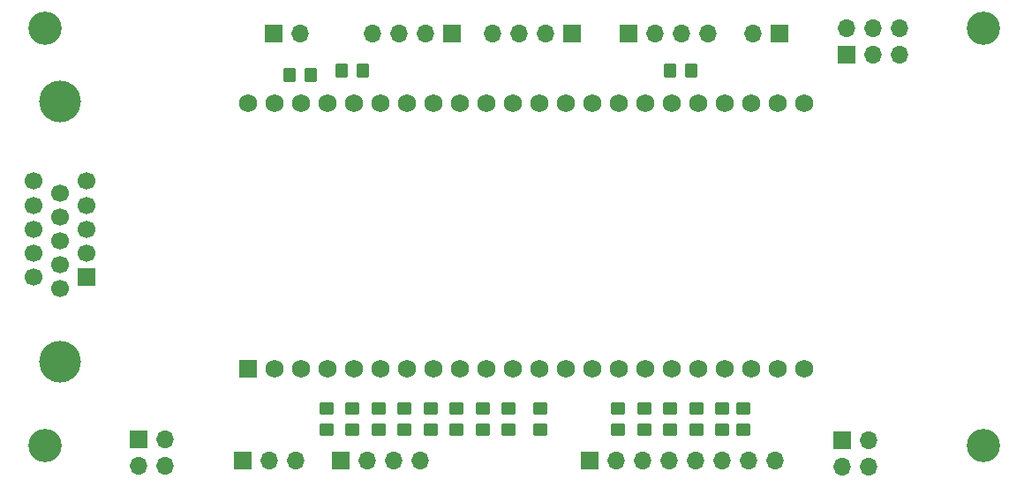
<source format=gbr>
%TF.GenerationSoftware,KiCad,Pcbnew,8.0.6*%
%TF.CreationDate,2025-01-21T08:23:13-05:00*%
%TF.ProjectId,vga_test,7667615f-7465-4737-942e-6b696361645f,rev?*%
%TF.SameCoordinates,Original*%
%TF.FileFunction,Soldermask,Top*%
%TF.FilePolarity,Negative*%
%FSLAX46Y46*%
G04 Gerber Fmt 4.6, Leading zero omitted, Abs format (unit mm)*
G04 Created by KiCad (PCBNEW 8.0.6) date 2025-01-21 08:23:13*
%MOMM*%
%LPD*%
G01*
G04 APERTURE LIST*
G04 Aperture macros list*
%AMRoundRect*
0 Rectangle with rounded corners*
0 $1 Rounding radius*
0 $2 $3 $4 $5 $6 $7 $8 $9 X,Y pos of 4 corners*
0 Add a 4 corners polygon primitive as box body*
4,1,4,$2,$3,$4,$5,$6,$7,$8,$9,$2,$3,0*
0 Add four circle primitives for the rounded corners*
1,1,$1+$1,$2,$3*
1,1,$1+$1,$4,$5*
1,1,$1+$1,$6,$7*
1,1,$1+$1,$8,$9*
0 Add four rect primitives between the rounded corners*
20,1,$1+$1,$2,$3,$4,$5,0*
20,1,$1+$1,$4,$5,$6,$7,0*
20,1,$1+$1,$6,$7,$8,$9,0*
20,1,$1+$1,$8,$9,$2,$3,0*%
G04 Aperture macros list end*
%ADD10R,1.700000X1.700000*%
%ADD11O,1.700000X1.700000*%
%ADD12RoundRect,0.102000X0.765000X-0.765000X0.765000X0.765000X-0.765000X0.765000X-0.765000X-0.765000X0*%
%ADD13C,1.734000*%
%ADD14RoundRect,0.250000X0.450000X-0.350000X0.450000X0.350000X-0.450000X0.350000X-0.450000X-0.350000X0*%
%ADD15C,4.000000*%
%ADD16C,1.700000*%
%ADD17RoundRect,0.250000X-0.350000X-0.450000X0.350000X-0.450000X0.350000X0.450000X-0.350000X0.450000X0*%
%ADD18C,3.200000*%
G04 APERTURE END LIST*
D10*
%TO.C,J12*%
X107220000Y-96500000D03*
D11*
X109760000Y-96500000D03*
X112300000Y-96500000D03*
X114840000Y-96500000D03*
X117380000Y-96500000D03*
X119920000Y-96500000D03*
X122460000Y-96500000D03*
X125000000Y-96500000D03*
%TD*%
D10*
%TO.C,J4*%
X73975000Y-96500000D03*
D11*
X76515000Y-96500000D03*
X79055000Y-96500000D03*
%TD*%
D10*
%TO.C,J3*%
X131460000Y-94500000D03*
D11*
X134000000Y-94500000D03*
X131460000Y-97040000D03*
X134000000Y-97040000D03*
%TD*%
D12*
%TO.C,U1*%
X74470000Y-87660000D03*
D13*
X77010000Y-87660000D03*
X79550000Y-87660000D03*
X82090000Y-87660000D03*
X84630000Y-87660000D03*
X87170000Y-87660000D03*
X89710000Y-87660000D03*
X92250000Y-87660000D03*
X94790000Y-87660000D03*
X97330000Y-87660000D03*
X99870000Y-87660000D03*
X102410000Y-87660000D03*
X104950000Y-87660000D03*
X107490000Y-87660000D03*
X110030000Y-87660000D03*
X112570000Y-87660000D03*
X115110000Y-87660000D03*
X117650000Y-87660000D03*
X120190000Y-87660000D03*
X122730000Y-87660000D03*
X125270000Y-87660000D03*
X127810000Y-87660000D03*
X74470000Y-62200000D03*
X77010000Y-62200000D03*
X79550000Y-62200000D03*
X82090000Y-62200000D03*
X84630000Y-62200000D03*
X87170000Y-62200000D03*
X89710000Y-62200000D03*
X92250000Y-62200000D03*
X94790000Y-62200000D03*
X97330000Y-62200000D03*
X99870000Y-62200000D03*
X102410000Y-62200000D03*
X104950000Y-62200000D03*
X107490000Y-62200000D03*
X110030000Y-62200000D03*
X112570000Y-62200000D03*
X115110000Y-62200000D03*
X117650000Y-62200000D03*
X120190000Y-62200000D03*
X122730000Y-62200000D03*
X125270000Y-62200000D03*
X127810000Y-62200000D03*
%TD*%
D14*
%TO.C,R18*%
X99500000Y-93500000D03*
X99500000Y-91500000D03*
%TD*%
D10*
%TO.C,J11*%
X63960000Y-94460000D03*
D11*
X66500000Y-94460000D03*
X63960000Y-97000000D03*
X66500000Y-97000000D03*
%TD*%
D15*
%TO.C,J1*%
X56430000Y-86990000D03*
X56430000Y-62000000D03*
D10*
X58970000Y-78825000D03*
D16*
X58970000Y-76535000D03*
X58970000Y-74245000D03*
X58970000Y-71955000D03*
X58970000Y-69665000D03*
X56430000Y-79970000D03*
X56430000Y-77680000D03*
X56430000Y-75390000D03*
X56430000Y-73100000D03*
X56430000Y-70810000D03*
X53890000Y-78825000D03*
X53890000Y-76535000D03*
X53890000Y-74245000D03*
X53890000Y-71955000D03*
X53890000Y-69665000D03*
%TD*%
D10*
%TO.C,J2*%
X131920000Y-57540000D03*
D11*
X131920000Y-55000000D03*
X134460000Y-57540000D03*
X134460000Y-55000000D03*
X137000000Y-57540000D03*
X137000000Y-55000000D03*
%TD*%
D14*
%TO.C,R12*%
X117500000Y-93500000D03*
X117500000Y-91500000D03*
%TD*%
D17*
%TO.C,R1*%
X83500000Y-59000000D03*
X85500000Y-59000000D03*
%TD*%
%TO.C,R19*%
X115000000Y-59000000D03*
X117000000Y-59000000D03*
%TD*%
D14*
%TO.C,R4*%
X84500000Y-93500000D03*
X84500000Y-91500000D03*
%TD*%
D18*
%TO.C,H3*%
X55000000Y-55000000D03*
%TD*%
D14*
%TO.C,R8*%
X102500000Y-93500000D03*
X102500000Y-91500000D03*
%TD*%
%TO.C,R17*%
X97000000Y-93500000D03*
X97000000Y-91500000D03*
%TD*%
%TO.C,R13*%
X120000000Y-93500000D03*
X120000000Y-91500000D03*
%TD*%
%TO.C,R9*%
X110000000Y-93500000D03*
X110000000Y-91500000D03*
%TD*%
%TO.C,R10*%
X112500000Y-93500000D03*
X112500000Y-91500000D03*
%TD*%
D18*
%TO.C,H3*%
X55000000Y-95000000D03*
%TD*%
D10*
%TO.C,J9*%
X125500000Y-55500000D03*
D11*
X122960000Y-55500000D03*
%TD*%
D14*
%TO.C,R7*%
X89500000Y-93500000D03*
X89500000Y-91500000D03*
%TD*%
D18*
%TO.C,H3*%
X145000000Y-95000000D03*
%TD*%
D14*
%TO.C,R16*%
X94500000Y-93500000D03*
X94500000Y-91500000D03*
%TD*%
%TO.C,R14*%
X122000000Y-93500000D03*
X122000000Y-91500000D03*
%TD*%
D18*
%TO.C,H3*%
X145000000Y-55000000D03*
%TD*%
D14*
%TO.C,R11*%
X115000000Y-93500000D03*
X115000000Y-91500000D03*
%TD*%
%TO.C,R3*%
X82000000Y-93500000D03*
X82000000Y-91500000D03*
%TD*%
D10*
%TO.C,J8*%
X76960000Y-55500000D03*
D11*
X79500000Y-55500000D03*
%TD*%
D10*
%TO.C,J7*%
X94080000Y-55500000D03*
D11*
X91540000Y-55500000D03*
X89000000Y-55500000D03*
X86460000Y-55500000D03*
%TD*%
D10*
%TO.C,J5*%
X105540000Y-55500000D03*
D11*
X103000000Y-55500000D03*
X100460000Y-55500000D03*
X97920000Y-55500000D03*
%TD*%
D10*
%TO.C,J10*%
X83380000Y-96500000D03*
D11*
X85920000Y-96500000D03*
X88460000Y-96500000D03*
X91000000Y-96500000D03*
%TD*%
D17*
%TO.C,R2*%
X78500000Y-59500000D03*
X80500000Y-59500000D03*
%TD*%
D14*
%TO.C,R15*%
X92000000Y-93500000D03*
X92000000Y-91500000D03*
%TD*%
%TO.C,R5*%
X87000000Y-93500000D03*
X87000000Y-91500000D03*
%TD*%
D10*
%TO.C,J6*%
X110960000Y-55500000D03*
D11*
X113500000Y-55500000D03*
X116040000Y-55500000D03*
X118580000Y-55500000D03*
%TD*%
M02*

</source>
